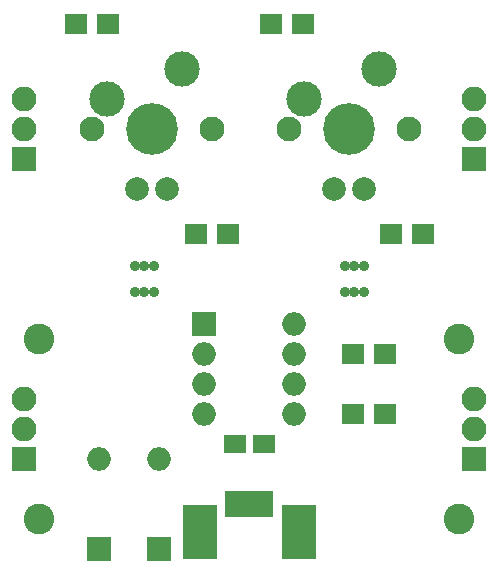
<source format=gts>
G04 #@! TF.FileFunction,Soldermask,Top*
%FSLAX46Y46*%
G04 Gerber Fmt 4.6, Leading zero omitted, Abs format (unit mm)*
G04 Created by KiCad (PCBNEW 4.0.6) date 01/19/18 19:38:46*
%MOMM*%
%LPD*%
G01*
G04 APERTURE LIST*
%ADD10C,0.020000*%
%ADD11C,2.600000*%
%ADD12C,0.900000*%
%ADD13C,2.000200*%
%ADD14C,4.380180*%
%ADD15C,3.000000*%
%ADD16C,2.099260*%
%ADD17R,1.900000X1.650000*%
%ADD18R,2.000000X2.000000*%
%ADD19O,2.000000X2.000000*%
%ADD20R,1.900000X1.700000*%
%ADD21R,2.100000X2.100000*%
%ADD22O,2.100000X2.100000*%
%ADD23R,0.900000X2.200000*%
%ADD24R,2.900000X4.600000*%
G04 APERTURE END LIST*
D10*
D11*
X17780000Y-45720000D03*
X53340000Y-45720000D03*
X53340000Y-60960000D03*
X17780000Y-60960000D03*
D12*
X44450000Y-39540000D03*
X44450000Y-41740000D03*
X45250000Y-39540000D03*
X43650000Y-39540000D03*
X43650000Y-41740000D03*
X45250000Y-41740000D03*
D13*
X26035000Y-33020000D03*
X28575000Y-33020000D03*
D14*
X27305000Y-27940000D03*
D15*
X29845000Y-22860000D03*
X23495000Y-25400000D03*
D16*
X22225000Y-27940000D03*
X32385000Y-27940000D03*
D17*
X34310000Y-54610000D03*
X36810000Y-54610000D03*
D18*
X22860000Y-63500000D03*
D19*
X22860000Y-55880000D03*
D18*
X27940000Y-63500000D03*
D19*
X27940000Y-55880000D03*
D13*
X42703800Y-33020000D03*
X45243800Y-33020000D03*
D20*
X44370000Y-52070000D03*
X47070000Y-52070000D03*
X44370000Y-46990000D03*
X47070000Y-46990000D03*
D14*
X43973800Y-27940000D03*
D15*
X46513800Y-22860000D03*
X40163800Y-25400000D03*
D16*
X38893800Y-27940000D03*
X49053800Y-27940000D03*
D18*
X31750000Y-44450000D03*
D19*
X39370000Y-52070000D03*
X31750000Y-46990000D03*
X39370000Y-49530000D03*
X31750000Y-49530000D03*
X39370000Y-46990000D03*
X31750000Y-52070000D03*
X39370000Y-44450000D03*
D21*
X54610000Y-55880000D03*
D22*
X54610000Y-53340000D03*
X54610000Y-50800000D03*
D21*
X16510000Y-55880000D03*
D22*
X16510000Y-53340000D03*
X16510000Y-50800000D03*
D21*
X54610000Y-30480000D03*
D22*
X54610000Y-27940000D03*
X54610000Y-25400000D03*
D21*
X16510000Y-30480000D03*
D22*
X16510000Y-27940000D03*
X16510000Y-25400000D03*
D20*
X20875000Y-19050000D03*
X23575000Y-19050000D03*
X37385000Y-19050000D03*
X40085000Y-19050000D03*
X31035000Y-36830000D03*
X33735000Y-36830000D03*
X47545000Y-36830000D03*
X50245000Y-36830000D03*
D12*
X26670000Y-39540000D03*
X26670000Y-41740000D03*
X27470000Y-39540000D03*
X25870000Y-39540000D03*
X25870000Y-41740000D03*
X27470000Y-41740000D03*
D23*
X33960000Y-59690000D03*
X34760000Y-59690000D03*
X35560000Y-59690000D03*
X36360000Y-59690000D03*
X37160000Y-59690000D03*
D24*
X31360000Y-62090000D03*
X39760000Y-62090000D03*
M02*

</source>
